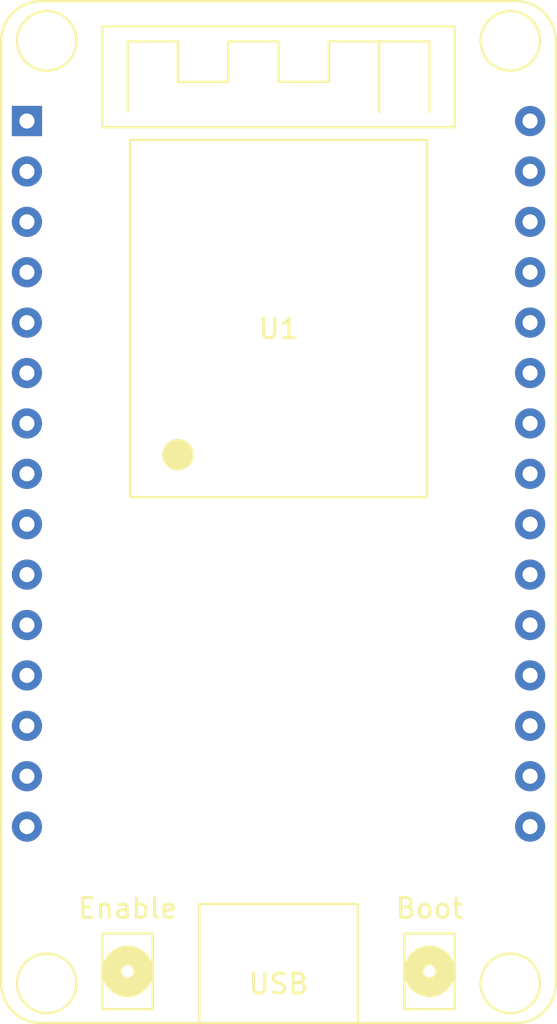
<source format=kicad_pcb>
(kicad_pcb (version 20171130) (host pcbnew "(5.1.6)-1")

  (general
    (thickness 1.6)
    (drawings 0)
    (tracks 0)
    (zones 0)
    (modules 1)
    (nets 31)
  )

  (page A4)
  (layers
    (0 F.Cu signal)
    (31 B.Cu signal)
    (32 B.Adhes user)
    (33 F.Adhes user)
    (34 B.Paste user)
    (35 F.Paste user)
    (36 B.SilkS user)
    (37 F.SilkS user)
    (38 B.Mask user)
    (39 F.Mask user)
    (40 Dwgs.User user)
    (41 Cmts.User user)
    (42 Eco1.User user)
    (43 Eco2.User user)
    (44 Edge.Cuts user)
    (45 Margin user)
    (46 B.CrtYd user)
    (47 F.CrtYd user)
    (48 B.Fab user)
    (49 F.Fab user)
  )

  (setup
    (last_trace_width 0.25)
    (trace_clearance 0.2)
    (zone_clearance 0.508)
    (zone_45_only no)
    (trace_min 0.2)
    (via_size 0.8)
    (via_drill 0.4)
    (via_min_size 0.4)
    (via_min_drill 0.3)
    (uvia_size 0.3)
    (uvia_drill 0.1)
    (uvias_allowed no)
    (uvia_min_size 0.2)
    (uvia_min_drill 0.1)
    (edge_width 0.05)
    (segment_width 0.2)
    (pcb_text_width 0.3)
    (pcb_text_size 1.5 1.5)
    (mod_edge_width 0.12)
    (mod_text_size 1 1)
    (mod_text_width 0.15)
    (pad_size 1.524 1.524)
    (pad_drill 0.762)
    (pad_to_mask_clearance 0.05)
    (aux_axis_origin 0 0)
    (visible_elements FFFFFF7F)
    (pcbplotparams
      (layerselection 0x010fc_ffffffff)
      (usegerberextensions false)
      (usegerberattributes true)
      (usegerberadvancedattributes true)
      (creategerberjobfile true)
      (excludeedgelayer true)
      (linewidth 0.100000)
      (plotframeref false)
      (viasonmask false)
      (mode 1)
      (useauxorigin false)
      (hpglpennumber 1)
      (hpglpenspeed 20)
      (hpglpendiameter 15.000000)
      (psnegative false)
      (psa4output false)
      (plotreference true)
      (plotvalue true)
      (plotinvisibletext false)
      (padsonsilk false)
      (subtractmaskfromsilk false)
      (outputformat 4)
      (mirror false)
      (drillshape 0)
      (scaleselection 1)
      (outputdirectory "./"))
  )

  (net 0 "")
  (net 1 "Net-(U1-Pad1)")
  (net 2 "Net-(U1-Pad2)")
  (net 3 "Net-(U1-Pad3)")
  (net 4 "Net-(U1-Pad4)")
  (net 5 "Net-(U1-Pad5)")
  (net 6 "Net-(U1-Pad6)")
  (net 7 "Net-(U1-Pad7)")
  (net 8 "Net-(U1-Pad8)")
  (net 9 "Net-(U1-Pad9)")
  (net 10 "Net-(U1-Pad10)")
  (net 11 "Net-(U1-Pad11)")
  (net 12 "Net-(U1-Pad12)")
  (net 13 "Net-(U1-Pad13)")
  (net 14 "Net-(U1-Pad14)")
  (net 15 "Net-(U1-Pad15)")
  (net 16 "Net-(U1-Pad16)")
  (net 17 "Net-(U1-Pad17)")
  (net 18 "Net-(U1-Pad18)")
  (net 19 "Net-(U1-Pad19)")
  (net 20 "Net-(U1-Pad20)")
  (net 21 "Net-(U1-Pad21)")
  (net 22 "Net-(U1-Pad22)")
  (net 23 "Net-(U1-Pad23)")
  (net 24 "Net-(U1-Pad24)")
  (net 25 "Net-(U1-Pad25)")
  (net 26 "Net-(U1-Pad26)")
  (net 27 "Net-(U1-Pad27)")
  (net 28 "Net-(U1-Pad28)")
  (net 29 "Net-(U1-Pad29)")
  (net 30 "Net-(U1-Pad30)")

  (net_class Default "This is the default net class."
    (clearance 0.2)
    (trace_width 0.25)
    (via_dia 0.8)
    (via_drill 0.4)
    (uvia_dia 0.3)
    (uvia_drill 0.1)
    (add_net "Net-(U1-Pad1)")
    (add_net "Net-(U1-Pad10)")
    (add_net "Net-(U1-Pad11)")
    (add_net "Net-(U1-Pad12)")
    (add_net "Net-(U1-Pad13)")
    (add_net "Net-(U1-Pad14)")
    (add_net "Net-(U1-Pad15)")
    (add_net "Net-(U1-Pad16)")
    (add_net "Net-(U1-Pad17)")
    (add_net "Net-(U1-Pad18)")
    (add_net "Net-(U1-Pad19)")
    (add_net "Net-(U1-Pad2)")
    (add_net "Net-(U1-Pad20)")
    (add_net "Net-(U1-Pad21)")
    (add_net "Net-(U1-Pad22)")
    (add_net "Net-(U1-Pad23)")
    (add_net "Net-(U1-Pad24)")
    (add_net "Net-(U1-Pad25)")
    (add_net "Net-(U1-Pad26)")
    (add_net "Net-(U1-Pad27)")
    (add_net "Net-(U1-Pad28)")
    (add_net "Net-(U1-Pad29)")
    (add_net "Net-(U1-Pad3)")
    (add_net "Net-(U1-Pad30)")
    (add_net "Net-(U1-Pad4)")
    (add_net "Net-(U1-Pad5)")
    (add_net "Net-(U1-Pad6)")
    (add_net "Net-(U1-Pad7)")
    (add_net "Net-(U1-Pad8)")
    (add_net "Net-(U1-Pad9)")
  )

  (module esp322:esp32_devkit_v1_doit (layer F.Cu) (tedit 5F4BBE44) (tstamp 61358EB4)
    (at 144.78 72.39)
    (descr "ESPWROOM32, ESP32, 30 GPIOs version")
    (path /6134E7FD)
    (attr smd)
    (fp_text reference U1 (at 0 10.47) (layer F.SilkS)
      (effects (font (size 1 1) (thickness 0.15)))
    )
    (fp_text value ESP32_DevKit_V1_DOIT (at 0 8.7) (layer F.Fab)
      (effects (font (size 1 1) (thickness 0.15)))
    )
    (fp_circle (center 7.62 42.855) (end 7.92 42.855) (layer F.SilkS) (width 1))
    (fp_circle (center -7.62 42.855) (end -7.32 42.855) (layer F.SilkS) (width 1))
    (fp_line (start -6.35 40.95) (end -6.35 44.76) (layer F.SilkS) (width 0.12))
    (fp_line (start -8.89 40.95) (end -6.35 40.95) (layer F.SilkS) (width 0.12))
    (fp_line (start -8.89 44.76) (end -8.89 40.95) (layer F.SilkS) (width 0.12))
    (fp_line (start -6.35 44.76) (end -8.89 44.76) (layer F.SilkS) (width 0.12))
    (fp_line (start 6.35 44.76) (end 6.35 40.95) (layer F.SilkS) (width 0.12))
    (fp_line (start 8.89 44.76) (end 6.35 44.76) (layer F.SilkS) (width 0.12))
    (fp_line (start 8.89 40.95) (end 8.89 44.76) (layer F.SilkS) (width 0.12))
    (fp_line (start 6.35 40.95) (end 8.89 40.95) (layer F.SilkS) (width 0.12))
    (fp_circle (center -5.08 16.82) (end -4.68 16.82) (layer F.SilkS) (width 0.8))
    (fp_line (start -7.5 18.96) (end -7.5 0.96) (layer F.SilkS) (width 0.12))
    (fp_line (start 7.5 18.96) (end -7.5 18.96) (layer F.SilkS) (width 0.12))
    (fp_line (start 7.5 0.96) (end 7.5 18.96) (layer F.SilkS) (width 0.12))
    (fp_line (start -7.5 0.96) (end 7.5 0.96) (layer F.SilkS) (width 0.12))
    (fp_line (start 5.08 -4.008) (end 5.08 -0.452) (layer F.SilkS) (width 0.12))
    (fp_line (start 7.62 -4.008) (end 7.62 -0.452) (layer F.SilkS) (width 0.12))
    (fp_line (start 2.54 -4.008) (end 7.62 -4.008) (layer F.SilkS) (width 0.12))
    (fp_line (start 2.54 -1.976) (end 2.54 -4.008) (layer F.SilkS) (width 0.12))
    (fp_line (start 0 -1.976) (end 2.54 -1.976) (layer F.SilkS) (width 0.12))
    (fp_line (start 0 -4.008) (end 0 -1.976) (layer F.SilkS) (width 0.12))
    (fp_line (start -2.54 -4.008) (end 0 -4.008) (layer F.SilkS) (width 0.12))
    (fp_line (start -2.54 -1.976) (end -2.54 -4.008) (layer F.SilkS) (width 0.12))
    (fp_line (start -5.08 -1.976) (end -2.54 -1.976) (layer F.SilkS) (width 0.12))
    (fp_line (start -5.08 -4.008) (end -5.08 -1.976) (layer F.SilkS) (width 0.12))
    (fp_line (start -7.62 -4.008) (end -5.08 -4.008) (layer F.SilkS) (width 0.12))
    (fp_line (start -7.62 -0.452) (end -7.62 -4.008) (layer F.SilkS) (width 0.12))
    (fp_line (start -8.89 0.31) (end -8.89 -4.77) (layer F.SilkS) (width 0.12))
    (fp_line (start 8.89 0.31) (end -8.89 0.31) (layer F.SilkS) (width 0.12))
    (fp_line (start 8.89 -4.77) (end 8.89 0.31) (layer F.SilkS) (width 0.12))
    (fp_line (start -8.89 -4.77) (end 8.89 -4.77) (layer F.SilkS) (width 0.12))
    (fp_line (start -4 39.46) (end 4 39.46) (layer F.SilkS) (width 0.12))
    (fp_line (start 4 39.46) (end 4 45.46) (layer F.SilkS) (width 0.12))
    (fp_line (start -4 39.46) (end -4 45.46) (layer F.SilkS) (width 0.12))
    (fp_circle (center 11.7 43.46) (end 13.2 43.46) (layer F.SilkS) (width 0.12))
    (fp_circle (center -11.7 43.46) (end -10.2 43.46) (layer F.SilkS) (width 0.12))
    (fp_line (start -12 -6.04) (end 12 -6.04) (layer F.SilkS) (width 0.12))
    (fp_line (start -12 45.46) (end 12 45.46) (layer F.SilkS) (width 0.12))
    (fp_line (start -14 -4.04) (end -14 43.46) (layer F.SilkS) (width 0.12))
    (fp_line (start 14 43.46) (end 14 -4.04) (layer F.SilkS) (width 0.12))
    (fp_circle (center 11.7 -4.04) (end 13.2 -4.04) (layer F.SilkS) (width 0.12))
    (fp_circle (center -11.7 -4.04) (end -10.2 -4.04) (layer F.SilkS) (width 0.12))
    (fp_text user USB (at 0 43.49) (layer F.SilkS)
      (effects (font (size 1 1) (thickness 0.15)))
    )
    (fp_text user Boot (at 7.62 39.68) (layer F.SilkS)
      (effects (font (size 1 1) (thickness 0.15)))
    )
    (fp_text user Enable (at -7.62 39.68) (layer F.SilkS)
      (effects (font (size 1 1) (thickness 0.15)))
    )
    (fp_arc (start 12 -4.04) (end 14 -4.04) (angle -90) (layer F.SilkS) (width 0.12))
    (fp_arc (start -12 -4.04) (end -12 -6.04) (angle -90) (layer F.SilkS) (width 0.12))
    (fp_arc (start -12 43.46) (end -14 43.46) (angle -90) (layer F.SilkS) (width 0.12))
    (fp_arc (start 12 43.46) (end 12 45.46) (angle -90) (layer F.SilkS) (width 0.12))
    (pad 1 thru_hole rect (at -12.7 0) (size 1.524 1.524) (drill 0.762) (layers *.Cu *.Mask)
      (net 1 "Net-(U1-Pad1)"))
    (pad 2 thru_hole circle (at -12.7 2.54) (size 1.524 1.524) (drill 0.762) (layers *.Cu *.Mask)
      (net 2 "Net-(U1-Pad2)"))
    (pad 3 thru_hole circle (at -12.7 5.08) (size 1.524 1.524) (drill 0.762) (layers *.Cu *.Mask)
      (net 3 "Net-(U1-Pad3)"))
    (pad 4 thru_hole circle (at -12.7 7.62) (size 1.524 1.524) (drill 0.762) (layers *.Cu *.Mask)
      (net 4 "Net-(U1-Pad4)"))
    (pad 5 thru_hole circle (at -12.7 10.16) (size 1.524 1.524) (drill 0.762) (layers *.Cu *.Mask)
      (net 5 "Net-(U1-Pad5)"))
    (pad 6 thru_hole circle (at -12.7 12.7) (size 1.524 1.524) (drill 0.762) (layers *.Cu *.Mask)
      (net 6 "Net-(U1-Pad6)"))
    (pad 7 thru_hole circle (at -12.7 15.24) (size 1.524 1.524) (drill 0.762) (layers *.Cu *.Mask)
      (net 7 "Net-(U1-Pad7)"))
    (pad 8 thru_hole circle (at -12.7 17.78) (size 1.524 1.524) (drill 0.762) (layers *.Cu *.Mask)
      (net 8 "Net-(U1-Pad8)"))
    (pad 9 thru_hole circle (at -12.7 20.32) (size 1.524 1.524) (drill 0.762) (layers *.Cu *.Mask)
      (net 9 "Net-(U1-Pad9)"))
    (pad 10 thru_hole circle (at -12.7 22.86) (size 1.524 1.524) (drill 0.762) (layers *.Cu *.Mask)
      (net 10 "Net-(U1-Pad10)"))
    (pad 11 thru_hole circle (at -12.7 25.4) (size 1.524 1.524) (drill 0.762) (layers *.Cu *.Mask)
      (net 11 "Net-(U1-Pad11)"))
    (pad 12 thru_hole circle (at -12.7 27.94) (size 1.524 1.524) (drill 0.762) (layers *.Cu *.Mask)
      (net 12 "Net-(U1-Pad12)"))
    (pad 13 thru_hole circle (at -12.7 30.48) (size 1.524 1.524) (drill 0.762) (layers *.Cu *.Mask)
      (net 13 "Net-(U1-Pad13)"))
    (pad 14 thru_hole circle (at -12.7 33.02) (size 1.524 1.524) (drill 0.762) (layers *.Cu *.Mask)
      (net 14 "Net-(U1-Pad14)"))
    (pad 15 thru_hole circle (at -12.7 35.56) (size 1.524 1.524) (drill 0.762) (layers *.Cu *.Mask)
      (net 15 "Net-(U1-Pad15)"))
    (pad 16 thru_hole circle (at 12.7 35.56) (size 1.524 1.524) (drill 0.762) (layers *.Cu *.Mask)
      (net 16 "Net-(U1-Pad16)"))
    (pad 17 thru_hole circle (at 12.7 33.02) (size 1.524 1.524) (drill 0.762) (layers *.Cu *.Mask)
      (net 17 "Net-(U1-Pad17)"))
    (pad 18 thru_hole circle (at 12.7 30.48) (size 1.524 1.524) (drill 0.762) (layers *.Cu *.Mask)
      (net 18 "Net-(U1-Pad18)"))
    (pad 19 thru_hole circle (at 12.7 27.94) (size 1.524 1.524) (drill 0.762) (layers *.Cu *.Mask)
      (net 19 "Net-(U1-Pad19)"))
    (pad 20 thru_hole circle (at 12.7 25.4) (size 1.524 1.524) (drill 0.762) (layers *.Cu *.Mask)
      (net 20 "Net-(U1-Pad20)"))
    (pad 21 thru_hole circle (at 12.7 22.86) (size 1.524 1.524) (drill 0.762) (layers *.Cu *.Mask)
      (net 21 "Net-(U1-Pad21)"))
    (pad 22 thru_hole circle (at 12.7 20.32) (size 1.524 1.524) (drill 0.762) (layers *.Cu *.Mask)
      (net 22 "Net-(U1-Pad22)"))
    (pad 23 thru_hole circle (at 12.7 17.78) (size 1.524 1.524) (drill 0.762) (layers *.Cu *.Mask)
      (net 23 "Net-(U1-Pad23)"))
    (pad 24 thru_hole circle (at 12.7 15.24) (size 1.524 1.524) (drill 0.762) (layers *.Cu *.Mask)
      (net 24 "Net-(U1-Pad24)"))
    (pad 25 thru_hole circle (at 12.7 12.7) (size 1.524 1.524) (drill 0.762) (layers *.Cu *.Mask)
      (net 25 "Net-(U1-Pad25)"))
    (pad 26 thru_hole circle (at 12.7 10.16) (size 1.524 1.524) (drill 0.762) (layers *.Cu *.Mask)
      (net 26 "Net-(U1-Pad26)"))
    (pad 27 thru_hole circle (at 12.7 7.62) (size 1.524 1.524) (drill 0.762) (layers *.Cu *.Mask)
      (net 27 "Net-(U1-Pad27)"))
    (pad 28 thru_hole circle (at 12.7 5.08) (size 1.524 1.524) (drill 0.762) (layers *.Cu *.Mask)
      (net 28 "Net-(U1-Pad28)"))
    (pad 29 thru_hole circle (at 12.7 2.54) (size 1.524 1.524) (drill 0.762) (layers *.Cu *.Mask)
      (net 29 "Net-(U1-Pad29)"))
    (pad 30 thru_hole circle (at 12.7 0) (size 1.524 1.524) (drill 0.762) (layers *.Cu *.Mask)
      (net 30 "Net-(U1-Pad30)"))
    (model ${KISYS3DMOD}/Button_Switch_SMD.3dshapes/SW_SPST_B3U-1000P-B.wrl
      (offset (xyz 7.5 -43 4))
      (scale (xyz 1 1 1))
      (rotate (xyz 0 0 90))
    )
    (model ${KISYS3DMOD}/Button_Switch_SMD.3dshapes/SW_SPST_B3U-1000P-B.wrl
      (offset (xyz -7.5 -43 4))
      (scale (xyz 1 1 1))
      (rotate (xyz 0 0 90))
    )
    (model ${KISYS3DMOD}/Connector_PinHeader_2.54mm.3dshapes/PinHeader_1x15_P2.54mm_Vertical.wrl
      (offset (xyz -12.7 0 2.5))
      (scale (xyz 1 1 1))
      (rotate (xyz 0 180 0))
    )
    (model ${KISYS3DMOD}/Connector_PinHeader_2.54mm.3dshapes/PinHeader_1x15_P2.54mm_Vertical.wrl
      (offset (xyz 12.7 0 2.5))
      (scale (xyz 1 1 1))
      (rotate (xyz 0 180 0))
    )
    (model ${VL_PACKAGES3D}/esp32_devkit_v1_doit.3dshapes/esp32_devkit_v1_doit.step
      (offset (xyz -12.7 0 2.5))
      (scale (xyz 1 1 1))
      (rotate (xyz 0 0 0))
    )
    (model ${KISYS3DMOD}/Connector_USB.3dshapes/USB_Micro-B_Molex_47346-0001.wrl
      (offset (xyz 0 -42 4))
      (scale (xyz 1 1 1))
      (rotate (xyz 0 0 0))
    )
    (model ${KISYS3DMOD}/LED_SMD.3dshapes/LED_1206_3216Metric.wrl
      (offset (xyz -6 -23 4))
      (scale (xyz 1 1 1))
      (rotate (xyz 0 0 -90))
    )
    (model ${KISYS3DMOD}/LED_SMD.3dshapes/LED_1206_3216Metric.wrl
      (offset (xyz 6 -23 4))
      (scale (xyz 1 1 1))
      (rotate (xyz 0 0 -90))
    )
    (model ${KISYS3DMOD}/Capacitor_Tantalum_SMD.3dshapes/CP_EIA-2012-15_AVX-P.wrl
      (offset (xyz -6.5 -27.5 4))
      (scale (xyz 1 1 1))
      (rotate (xyz 0 0 0))
    )
    (model ${KISYS3DMOD}/Package_TO_SOT_SMD.3dshapes/SOT-223.wrl
      (offset (xyz -6 -33 4))
      (scale (xyz 1 1 1))
      (rotate (xyz 0 0 -180))
    )
    (model ${KISYS3DMOD}/Resistor_SMD.3dshapes/R_0603_1608Metric.wrl
      (offset (xyz -7 -38.5 4))
      (scale (xyz 1 1 1))
      (rotate (xyz 0 0 0))
    )
    (model ${KISYS3DMOD}/Resistor_SMD.3dshapes/R_0603_1608Metric.wrl
      (offset (xyz 8.5 -38.5 4))
      (scale (xyz 1 1 1))
      (rotate (xyz 0 0 0))
    )
    (model ${KISYS3DMOD}/Resistor_SMD.3dshapes/R_0603_1608Metric.wrl
      (offset (xyz 5.5 -38.5 4))
      (scale (xyz 1 1 1))
      (rotate (xyz 0 0 0))
    )
    (model ${KISYS3DMOD}/Package_TO_SOT_SMD.3dshapes/SOT-23.wrl
      (offset (xyz -0.5 -27.5 4))
      (scale (xyz 1 1 1))
      (rotate (xyz 0 0 0))
    )
    (model ${KISYS3DMOD}/Package_TO_SOT_SMD.3dshapes/SOT-23.wrl
      (offset (xyz 6 -27.5 4))
      (scale (xyz 1 1 1))
      (rotate (xyz 0 0 -180))
    )
    (model ${KISYS3DMOD}/Resistor_SMD.3dshapes/R_0603_1608Metric.wrl
      (offset (xyz 9 -27.5 4))
      (scale (xyz 1 1 1))
      (rotate (xyz 0 0 90))
    )
    (model ${KISYS3DMOD}/Resistor_SMD.3dshapes/R_0603_1608Metric.wrl
      (offset (xyz -3.5 -27.5 4))
      (scale (xyz 1 1 1))
      (rotate (xyz 0 0 90))
    )
    (model ${KISYS3DMOD}/Capacitor_SMD.3dshapes/C_0603_1608Metric.wrl
      (offset (xyz -0.5 -38.5 4))
      (scale (xyz 1 1 1))
      (rotate (xyz 0 0 0))
    )
    (model ${KISYS3DMOD}/Diode_SMD.3dshapes/D_0603_1608Metric.wrl
      (offset (xyz -3 -38.5 4))
      (scale (xyz 1 1 1))
      (rotate (xyz 0 0 0))
    )
    (model ${KISYS3DMOD}/Resistor_SMD.3dshapes/R_0603_1608Metric.wrl
      (offset (xyz -3 -23 4))
      (scale (xyz 1 1 1))
      (rotate (xyz 0 0 90))
    )
    (model ${KISYS3DMOD}/Resistor_SMD.3dshapes/R_0603_1608Metric.wrl
      (offset (xyz -1.5 -23 4))
      (scale (xyz 1 1 1))
      (rotate (xyz 0 0 90))
    )
    (model ${KISYS3DMOD}/Resistor_SMD.3dshapes/R_0603_1608Metric.wrl
      (offset (xyz 0 -23 4))
      (scale (xyz 1 1 1))
      (rotate (xyz 0 0 90))
    )
    (model ${KISYS3DMOD}/Resistor_SMD.3dshapes/R_0603_1608Metric.wrl
      (offset (xyz 1.5 -23 4))
      (scale (xyz 1 1 1))
      (rotate (xyz 0 0 90))
    )
    (model ${KISYS3DMOD}/Resistor_SMD.3dshapes/R_0603_1608Metric.wrl
      (offset (xyz 3 -23 4))
      (scale (xyz 1 1 1))
      (rotate (xyz 0 0 90))
    )
    (model ${KISYS3DMOD}/Package_DFN_QFN.3dshapes/QFN-28-1EP_5x5mm_P0.5mm_EP3.35x3.35mm.wrl
      (offset (xyz 7 -33.5 4))
      (scale (xyz 1 1 1))
      (rotate (xyz 0 0 0))
    )
    (model ${KISYS3DMOD}/Resistor_SMD.3dshapes/R_0603_1608Metric.wrl
      (offset (xyz 8.5 -22 4))
      (scale (xyz 1 1 1))
      (rotate (xyz 0 0 0))
    )
    (model ${KISYS3DMOD}/Resistor_SMD.3dshapes/R_0603_1608Metric.wrl
      (offset (xyz 8.5 -24 4))
      (scale (xyz 1 1 1))
      (rotate (xyz 0 0 0))
    )
    (model ${KISYS3DMOD}/Capacitor_SMD.3dshapes/C_0603_1608Metric.wrl
      (offset (xyz -8.5 -22 4))
      (scale (xyz 1 1 1))
      (rotate (xyz 0 0 0))
    )
    (model ${KISYS3DMOD}/Capacitor_SMD.3dshapes/C_0603_1608Metric.wrl
      (offset (xyz -8.5 -24 4))
      (scale (xyz 1 1 1))
      (rotate (xyz 0 0 0))
    )
    (model ${KISYS3DMOD}/RF_Module.3dshapes/ESP32-WROOM-32.wrl
      (offset (xyz 0 -10 4))
      (scale (xyz 1 1 1))
      (rotate (xyz 0 0 0))
    )
  )

)

</source>
